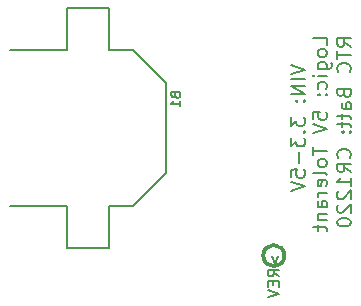
<source format=gbr>
G04 #@! TF.GenerationSoftware,KiCad,Pcbnew,5.0.1-33cea8e~68~ubuntu16.04.1*
G04 #@! TF.CreationDate,2018-10-22T20:59:01-07:00*
G04 #@! TF.ProjectId,integrated-board,696E74656772617465642D626F617264,rev?*
G04 #@! TF.SameCoordinates,Original*
G04 #@! TF.FileFunction,Legend,Bot*
G04 #@! TF.FilePolarity,Positive*
%FSLAX46Y46*%
G04 Gerber Fmt 4.6, Leading zero omitted, Abs format (unit mm)*
G04 Created by KiCad (PCBNEW 5.0.1-33cea8e~68~ubuntu16.04.1) date Mon 22 Oct 2018 08:59:01 PM PDT*
%MOMM*%
%LPD*%
G01*
G04 APERTURE LIST*
%ADD10C,0.190500*%
%ADD11C,0.203200*%
%ADD12C,0.304800*%
%ADD13C,0.146304*%
G04 APERTURE END LIST*
D10*
X100556306Y-93543821D02*
X101762806Y-93945988D01*
X100556306Y-94348155D01*
X101762806Y-94750321D02*
X100556306Y-94750321D01*
X101762806Y-95324845D02*
X100556306Y-95324845D01*
X101762806Y-96014274D01*
X100556306Y-96014274D01*
X101647901Y-96588797D02*
X101705354Y-96646250D01*
X101762806Y-96588797D01*
X101705354Y-96531345D01*
X101647901Y-96588797D01*
X101762806Y-96588797D01*
X101015925Y-96588797D02*
X101073378Y-96646250D01*
X101130830Y-96588797D01*
X101073378Y-96531345D01*
X101015925Y-96588797D01*
X101130830Y-96588797D01*
X100556306Y-97967655D02*
X100556306Y-98714536D01*
X101015925Y-98312369D01*
X101015925Y-98484726D01*
X101073378Y-98599631D01*
X101130830Y-98657083D01*
X101245735Y-98714536D01*
X101532997Y-98714536D01*
X101647901Y-98657083D01*
X101705354Y-98599631D01*
X101762806Y-98484726D01*
X101762806Y-98140012D01*
X101705354Y-98025107D01*
X101647901Y-97967655D01*
X101647901Y-99231607D02*
X101705354Y-99289059D01*
X101762806Y-99231607D01*
X101705354Y-99174155D01*
X101647901Y-99231607D01*
X101762806Y-99231607D01*
X100556306Y-99691226D02*
X100556306Y-100438107D01*
X101015925Y-100035940D01*
X101015925Y-100208297D01*
X101073378Y-100323202D01*
X101130830Y-100380655D01*
X101245735Y-100438107D01*
X101532997Y-100438107D01*
X101647901Y-100380655D01*
X101705354Y-100323202D01*
X101762806Y-100208297D01*
X101762806Y-99863583D01*
X101705354Y-99748678D01*
X101647901Y-99691226D01*
X101303187Y-100955178D02*
X101303187Y-101874417D01*
X100556306Y-103023464D02*
X100556306Y-102448940D01*
X101130830Y-102391488D01*
X101073378Y-102448940D01*
X101015925Y-102563845D01*
X101015925Y-102851107D01*
X101073378Y-102966012D01*
X101130830Y-103023464D01*
X101245735Y-103080917D01*
X101532997Y-103080917D01*
X101647901Y-103023464D01*
X101705354Y-102966012D01*
X101762806Y-102851107D01*
X101762806Y-102563845D01*
X101705354Y-102448940D01*
X101647901Y-102391488D01*
X100556306Y-103425631D02*
X101762806Y-103827797D01*
X100556306Y-104229964D01*
X103643806Y-91877702D02*
X103643806Y-91303178D01*
X102437306Y-91303178D01*
X103643806Y-92452226D02*
X103586354Y-92337321D01*
X103528901Y-92279869D01*
X103413997Y-92222417D01*
X103069282Y-92222417D01*
X102954378Y-92279869D01*
X102896925Y-92337321D01*
X102839473Y-92452226D01*
X102839473Y-92624583D01*
X102896925Y-92739488D01*
X102954378Y-92796940D01*
X103069282Y-92854393D01*
X103413997Y-92854393D01*
X103528901Y-92796940D01*
X103586354Y-92739488D01*
X103643806Y-92624583D01*
X103643806Y-92452226D01*
X102839473Y-93888536D02*
X103816163Y-93888536D01*
X103931068Y-93831083D01*
X103988520Y-93773631D01*
X104045973Y-93658726D01*
X104045973Y-93486369D01*
X103988520Y-93371464D01*
X103586354Y-93888536D02*
X103643806Y-93773631D01*
X103643806Y-93543821D01*
X103586354Y-93428917D01*
X103528901Y-93371464D01*
X103413997Y-93314012D01*
X103069282Y-93314012D01*
X102954378Y-93371464D01*
X102896925Y-93428917D01*
X102839473Y-93543821D01*
X102839473Y-93773631D01*
X102896925Y-93888536D01*
X103643806Y-94463059D02*
X102839473Y-94463059D01*
X102437306Y-94463059D02*
X102494759Y-94405607D01*
X102552211Y-94463059D01*
X102494759Y-94520512D01*
X102437306Y-94463059D01*
X102552211Y-94463059D01*
X103586354Y-95554655D02*
X103643806Y-95439750D01*
X103643806Y-95209940D01*
X103586354Y-95095036D01*
X103528901Y-95037583D01*
X103413997Y-94980131D01*
X103069282Y-94980131D01*
X102954378Y-95037583D01*
X102896925Y-95095036D01*
X102839473Y-95209940D01*
X102839473Y-95439750D01*
X102896925Y-95554655D01*
X103528901Y-96071726D02*
X103586354Y-96129178D01*
X103643806Y-96071726D01*
X103586354Y-96014274D01*
X103528901Y-96071726D01*
X103643806Y-96071726D01*
X102896925Y-96071726D02*
X102954378Y-96129178D01*
X103011830Y-96071726D01*
X102954378Y-96014274D01*
X102896925Y-96071726D01*
X103011830Y-96071726D01*
X102437306Y-98140012D02*
X102437306Y-97565488D01*
X103011830Y-97508036D01*
X102954378Y-97565488D01*
X102896925Y-97680393D01*
X102896925Y-97967655D01*
X102954378Y-98082559D01*
X103011830Y-98140012D01*
X103126735Y-98197464D01*
X103413997Y-98197464D01*
X103528901Y-98140012D01*
X103586354Y-98082559D01*
X103643806Y-97967655D01*
X103643806Y-97680393D01*
X103586354Y-97565488D01*
X103528901Y-97508036D01*
X102437306Y-98542178D02*
X103643806Y-98944345D01*
X102437306Y-99346512D01*
X102437306Y-100495559D02*
X102437306Y-101184988D01*
X103643806Y-100840274D02*
X102437306Y-100840274D01*
X103643806Y-101759512D02*
X103586354Y-101644607D01*
X103528901Y-101587155D01*
X103413997Y-101529702D01*
X103069282Y-101529702D01*
X102954378Y-101587155D01*
X102896925Y-101644607D01*
X102839473Y-101759512D01*
X102839473Y-101931869D01*
X102896925Y-102046774D01*
X102954378Y-102104226D01*
X103069282Y-102161678D01*
X103413997Y-102161678D01*
X103528901Y-102104226D01*
X103586354Y-102046774D01*
X103643806Y-101931869D01*
X103643806Y-101759512D01*
X103643806Y-102851107D02*
X103586354Y-102736202D01*
X103471449Y-102678750D01*
X102437306Y-102678750D01*
X103586354Y-103770345D02*
X103643806Y-103655440D01*
X103643806Y-103425631D01*
X103586354Y-103310726D01*
X103471449Y-103253274D01*
X103011830Y-103253274D01*
X102896925Y-103310726D01*
X102839473Y-103425631D01*
X102839473Y-103655440D01*
X102896925Y-103770345D01*
X103011830Y-103827797D01*
X103126735Y-103827797D01*
X103241639Y-103253274D01*
X103643806Y-104344869D02*
X102839473Y-104344869D01*
X103069282Y-104344869D02*
X102954378Y-104402321D01*
X102896925Y-104459774D01*
X102839473Y-104574678D01*
X102839473Y-104689583D01*
X103643806Y-105608821D02*
X103011830Y-105608821D01*
X102896925Y-105551369D01*
X102839473Y-105436464D01*
X102839473Y-105206655D01*
X102896925Y-105091750D01*
X103586354Y-105608821D02*
X103643806Y-105493917D01*
X103643806Y-105206655D01*
X103586354Y-105091750D01*
X103471449Y-105034297D01*
X103356544Y-105034297D01*
X103241639Y-105091750D01*
X103184187Y-105206655D01*
X103184187Y-105493917D01*
X103126735Y-105608821D01*
X102839473Y-106183345D02*
X103643806Y-106183345D01*
X102954378Y-106183345D02*
X102896925Y-106240797D01*
X102839473Y-106355702D01*
X102839473Y-106528059D01*
X102896925Y-106642964D01*
X103011830Y-106700417D01*
X103643806Y-106700417D01*
X102839473Y-107102583D02*
X102839473Y-107562202D01*
X102437306Y-107274940D02*
X103471449Y-107274940D01*
X103586354Y-107332393D01*
X103643806Y-107447297D01*
X103643806Y-107562202D01*
X105675806Y-91992607D02*
X105101282Y-91590440D01*
X105675806Y-91303178D02*
X104469306Y-91303178D01*
X104469306Y-91762797D01*
X104526759Y-91877702D01*
X104584211Y-91935155D01*
X104699116Y-91992607D01*
X104871473Y-91992607D01*
X104986378Y-91935155D01*
X105043830Y-91877702D01*
X105101282Y-91762797D01*
X105101282Y-91303178D01*
X104469306Y-92337321D02*
X104469306Y-93026750D01*
X105675806Y-92682036D02*
X104469306Y-92682036D01*
X105560901Y-94118345D02*
X105618354Y-94060893D01*
X105675806Y-93888536D01*
X105675806Y-93773631D01*
X105618354Y-93601274D01*
X105503449Y-93486369D01*
X105388544Y-93428917D01*
X105158735Y-93371464D01*
X104986378Y-93371464D01*
X104756568Y-93428917D01*
X104641663Y-93486369D01*
X104526759Y-93601274D01*
X104469306Y-93773631D01*
X104469306Y-93888536D01*
X104526759Y-94060893D01*
X104584211Y-94118345D01*
X105043830Y-95956821D02*
X105101282Y-96129178D01*
X105158735Y-96186631D01*
X105273639Y-96244083D01*
X105445997Y-96244083D01*
X105560901Y-96186631D01*
X105618354Y-96129178D01*
X105675806Y-96014274D01*
X105675806Y-95554655D01*
X104469306Y-95554655D01*
X104469306Y-95956821D01*
X104526759Y-96071726D01*
X104584211Y-96129178D01*
X104699116Y-96186631D01*
X104814020Y-96186631D01*
X104928925Y-96129178D01*
X104986378Y-96071726D01*
X105043830Y-95956821D01*
X105043830Y-95554655D01*
X105675806Y-97278226D02*
X105043830Y-97278226D01*
X104928925Y-97220774D01*
X104871473Y-97105869D01*
X104871473Y-96876059D01*
X104928925Y-96761155D01*
X105618354Y-97278226D02*
X105675806Y-97163321D01*
X105675806Y-96876059D01*
X105618354Y-96761155D01*
X105503449Y-96703702D01*
X105388544Y-96703702D01*
X105273639Y-96761155D01*
X105216187Y-96876059D01*
X105216187Y-97163321D01*
X105158735Y-97278226D01*
X104871473Y-97680393D02*
X104871473Y-98140012D01*
X104469306Y-97852750D02*
X105503449Y-97852750D01*
X105618354Y-97910202D01*
X105675806Y-98025107D01*
X105675806Y-98140012D01*
X104871473Y-98369821D02*
X104871473Y-98829440D01*
X104469306Y-98542178D02*
X105503449Y-98542178D01*
X105618354Y-98599631D01*
X105675806Y-98714536D01*
X105675806Y-98829440D01*
X105560901Y-99231607D02*
X105618354Y-99289059D01*
X105675806Y-99231607D01*
X105618354Y-99174155D01*
X105560901Y-99231607D01*
X105675806Y-99231607D01*
X104928925Y-99231607D02*
X104986378Y-99289059D01*
X105043830Y-99231607D01*
X104986378Y-99174155D01*
X104928925Y-99231607D01*
X105043830Y-99231607D01*
X105560901Y-101414797D02*
X105618354Y-101357345D01*
X105675806Y-101184988D01*
X105675806Y-101070083D01*
X105618354Y-100897726D01*
X105503449Y-100782821D01*
X105388544Y-100725369D01*
X105158735Y-100667917D01*
X104986378Y-100667917D01*
X104756568Y-100725369D01*
X104641663Y-100782821D01*
X104526759Y-100897726D01*
X104469306Y-101070083D01*
X104469306Y-101184988D01*
X104526759Y-101357345D01*
X104584211Y-101414797D01*
X105675806Y-102621297D02*
X105101282Y-102219131D01*
X105675806Y-101931869D02*
X104469306Y-101931869D01*
X104469306Y-102391488D01*
X104526759Y-102506393D01*
X104584211Y-102563845D01*
X104699116Y-102621297D01*
X104871473Y-102621297D01*
X104986378Y-102563845D01*
X105043830Y-102506393D01*
X105101282Y-102391488D01*
X105101282Y-101931869D01*
X105675806Y-103770345D02*
X105675806Y-103080917D01*
X105675806Y-103425631D02*
X104469306Y-103425631D01*
X104641663Y-103310726D01*
X104756568Y-103195821D01*
X104814020Y-103080917D01*
X104584211Y-104229964D02*
X104526759Y-104287417D01*
X104469306Y-104402321D01*
X104469306Y-104689583D01*
X104526759Y-104804488D01*
X104584211Y-104861940D01*
X104699116Y-104919393D01*
X104814020Y-104919393D01*
X104986378Y-104861940D01*
X105675806Y-104172512D01*
X105675806Y-104919393D01*
X104584211Y-105379012D02*
X104526759Y-105436464D01*
X104469306Y-105551369D01*
X104469306Y-105838631D01*
X104526759Y-105953536D01*
X104584211Y-106010988D01*
X104699116Y-106068440D01*
X104814020Y-106068440D01*
X104986378Y-106010988D01*
X105675806Y-105321559D01*
X105675806Y-106068440D01*
X104469306Y-106815321D02*
X104469306Y-106930226D01*
X104526759Y-107045131D01*
X104584211Y-107102583D01*
X104699116Y-107160036D01*
X104928925Y-107217488D01*
X105216187Y-107217488D01*
X105445997Y-107160036D01*
X105560901Y-107102583D01*
X105618354Y-107045131D01*
X105675806Y-106930226D01*
X105675806Y-106815321D01*
X105618354Y-106700417D01*
X105560901Y-106642964D01*
X105445997Y-106585512D01*
X105216187Y-106528059D01*
X104928925Y-106528059D01*
X104699116Y-106585512D01*
X104584211Y-106642964D01*
X104526759Y-106700417D01*
X104469306Y-106815321D01*
D11*
G04 #@! TO.C,B1*
X81603259Y-88733092D02*
X85159259Y-88733092D01*
X81603259Y-92289092D02*
X81603259Y-88733092D01*
X76777259Y-92289092D02*
X81603259Y-92289092D01*
X81603259Y-105497092D02*
X76777259Y-105497092D01*
X81603259Y-109053092D02*
X81603259Y-105497092D01*
X85159259Y-109053092D02*
X81603259Y-109053092D01*
X85159259Y-105497092D02*
X85159259Y-109053092D01*
X87191259Y-105497092D02*
X85159259Y-105497092D01*
X89985259Y-102703092D02*
X87191259Y-105497092D01*
X89985259Y-95083092D02*
X89985259Y-102703092D01*
X87191259Y-92289092D02*
X89985259Y-95083092D01*
X85159259Y-92289092D02*
X87191259Y-92289092D01*
X85159259Y-88733092D02*
X85159259Y-92289092D01*
D12*
G04 #@! TO.C,U$16*
X100027259Y-109688092D02*
G75*
G03X100027259Y-109688092I-898000J0D01*
G01*
G04 #@! TO.C,B1*
D13*
X90800024Y-96127423D02*
X90836794Y-96237732D01*
X90873563Y-96274501D01*
X90947102Y-96311271D01*
X91057411Y-96311271D01*
X91130950Y-96274501D01*
X91167719Y-96237732D01*
X91204489Y-96164193D01*
X91204489Y-95870037D01*
X90432329Y-95870037D01*
X90432329Y-96127423D01*
X90469099Y-96200962D01*
X90505868Y-96237732D01*
X90579407Y-96274501D01*
X90652946Y-96274501D01*
X90726485Y-96237732D01*
X90763255Y-96200962D01*
X90800024Y-96127423D01*
X90800024Y-95870037D01*
X91204489Y-97046661D02*
X91204489Y-96605427D01*
X91204489Y-96826044D02*
X90432329Y-96826044D01*
X90542638Y-96752505D01*
X90616177Y-96678966D01*
X90652946Y-96605427D01*
G04 #@! TO.C,U$16*
D11*
X98947830Y-109694381D02*
X99223601Y-110429772D01*
X99499373Y-109694381D01*
X99591297Y-111440933D02*
X99131678Y-111119200D01*
X99591297Y-110889391D02*
X98626097Y-110889391D01*
X98626097Y-111257086D01*
X98672059Y-111349010D01*
X98718020Y-111394972D01*
X98809944Y-111440933D01*
X98947830Y-111440933D01*
X99039754Y-111394972D01*
X99085716Y-111349010D01*
X99131678Y-111257086D01*
X99131678Y-110889391D01*
X99085716Y-111854591D02*
X99085716Y-112176324D01*
X99591297Y-112314210D02*
X99591297Y-111854591D01*
X98626097Y-111854591D01*
X98626097Y-112314210D01*
X98626097Y-112589981D02*
X99591297Y-112911714D01*
X98626097Y-113233448D01*
G04 #@! TD*
M02*

</source>
